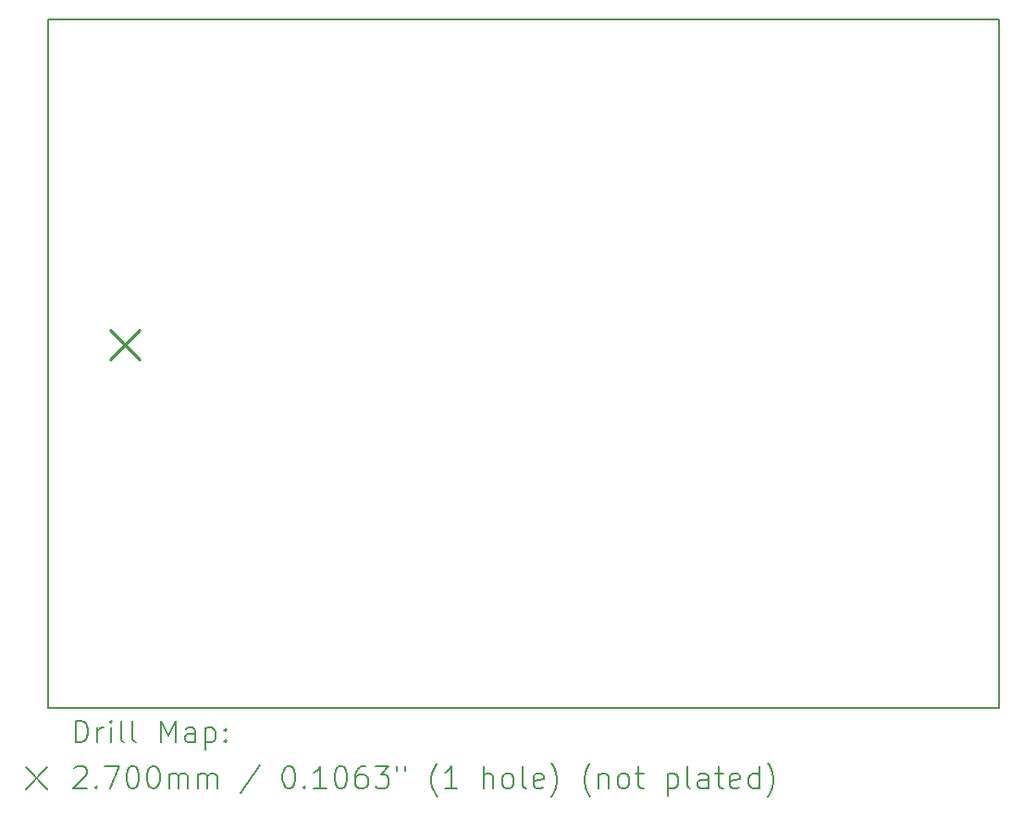
<source format=gbr>
%FSLAX45Y45*%
G04 Gerber Fmt 4.5, Leading zero omitted, Abs format (unit mm)*
G04 Created by KiCad (PCBNEW (6.0.1)) date 2022-01-24 21:37:40*
%MOMM*%
%LPD*%
G01*
G04 APERTURE LIST*
%TA.AperFunction,Profile*%
%ADD10C,0.150000*%
%TD*%
%ADD11C,0.200000*%
%ADD12C,0.270000*%
G04 APERTURE END LIST*
D10*
X18200000Y-14800000D02*
X9500000Y-14800000D01*
X9500000Y-8500000D02*
X18200000Y-8500000D01*
X18200000Y-8500000D02*
X18200000Y-14800000D01*
X9500000Y-14800000D02*
X9500000Y-8500000D01*
D11*
D12*
X10065000Y-11340000D02*
X10335000Y-11610000D01*
X10335000Y-11340000D02*
X10065000Y-11610000D01*
D11*
X9750119Y-15117976D02*
X9750119Y-14917976D01*
X9797738Y-14917976D01*
X9826310Y-14927500D01*
X9845357Y-14946548D01*
X9854881Y-14965595D01*
X9864405Y-15003690D01*
X9864405Y-15032262D01*
X9854881Y-15070357D01*
X9845357Y-15089405D01*
X9826310Y-15108452D01*
X9797738Y-15117976D01*
X9750119Y-15117976D01*
X9950119Y-15117976D02*
X9950119Y-14984643D01*
X9950119Y-15022738D02*
X9959643Y-15003690D01*
X9969167Y-14994167D01*
X9988214Y-14984643D01*
X10007262Y-14984643D01*
X10073929Y-15117976D02*
X10073929Y-14984643D01*
X10073929Y-14917976D02*
X10064405Y-14927500D01*
X10073929Y-14937024D01*
X10083452Y-14927500D01*
X10073929Y-14917976D01*
X10073929Y-14937024D01*
X10197738Y-15117976D02*
X10178690Y-15108452D01*
X10169167Y-15089405D01*
X10169167Y-14917976D01*
X10302500Y-15117976D02*
X10283452Y-15108452D01*
X10273929Y-15089405D01*
X10273929Y-14917976D01*
X10531071Y-15117976D02*
X10531071Y-14917976D01*
X10597738Y-15060833D01*
X10664405Y-14917976D01*
X10664405Y-15117976D01*
X10845357Y-15117976D02*
X10845357Y-15013214D01*
X10835833Y-14994167D01*
X10816786Y-14984643D01*
X10778690Y-14984643D01*
X10759643Y-14994167D01*
X10845357Y-15108452D02*
X10826310Y-15117976D01*
X10778690Y-15117976D01*
X10759643Y-15108452D01*
X10750119Y-15089405D01*
X10750119Y-15070357D01*
X10759643Y-15051309D01*
X10778690Y-15041786D01*
X10826310Y-15041786D01*
X10845357Y-15032262D01*
X10940595Y-14984643D02*
X10940595Y-15184643D01*
X10940595Y-14994167D02*
X10959643Y-14984643D01*
X10997738Y-14984643D01*
X11016786Y-14994167D01*
X11026310Y-15003690D01*
X11035833Y-15022738D01*
X11035833Y-15079881D01*
X11026310Y-15098928D01*
X11016786Y-15108452D01*
X10997738Y-15117976D01*
X10959643Y-15117976D01*
X10940595Y-15108452D01*
X11121548Y-15098928D02*
X11131071Y-15108452D01*
X11121548Y-15117976D01*
X11112024Y-15108452D01*
X11121548Y-15098928D01*
X11121548Y-15117976D01*
X11121548Y-14994167D02*
X11131071Y-15003690D01*
X11121548Y-15013214D01*
X11112024Y-15003690D01*
X11121548Y-14994167D01*
X11121548Y-15013214D01*
X9292500Y-15347500D02*
X9492500Y-15547500D01*
X9492500Y-15347500D02*
X9292500Y-15547500D01*
X9740595Y-15357024D02*
X9750119Y-15347500D01*
X9769167Y-15337976D01*
X9816786Y-15337976D01*
X9835833Y-15347500D01*
X9845357Y-15357024D01*
X9854881Y-15376071D01*
X9854881Y-15395119D01*
X9845357Y-15423690D01*
X9731071Y-15537976D01*
X9854881Y-15537976D01*
X9940595Y-15518928D02*
X9950119Y-15528452D01*
X9940595Y-15537976D01*
X9931071Y-15528452D01*
X9940595Y-15518928D01*
X9940595Y-15537976D01*
X10016786Y-15337976D02*
X10150119Y-15337976D01*
X10064405Y-15537976D01*
X10264405Y-15337976D02*
X10283452Y-15337976D01*
X10302500Y-15347500D01*
X10312024Y-15357024D01*
X10321548Y-15376071D01*
X10331071Y-15414167D01*
X10331071Y-15461786D01*
X10321548Y-15499881D01*
X10312024Y-15518928D01*
X10302500Y-15528452D01*
X10283452Y-15537976D01*
X10264405Y-15537976D01*
X10245357Y-15528452D01*
X10235833Y-15518928D01*
X10226310Y-15499881D01*
X10216786Y-15461786D01*
X10216786Y-15414167D01*
X10226310Y-15376071D01*
X10235833Y-15357024D01*
X10245357Y-15347500D01*
X10264405Y-15337976D01*
X10454881Y-15337976D02*
X10473929Y-15337976D01*
X10492976Y-15347500D01*
X10502500Y-15357024D01*
X10512024Y-15376071D01*
X10521548Y-15414167D01*
X10521548Y-15461786D01*
X10512024Y-15499881D01*
X10502500Y-15518928D01*
X10492976Y-15528452D01*
X10473929Y-15537976D01*
X10454881Y-15537976D01*
X10435833Y-15528452D01*
X10426310Y-15518928D01*
X10416786Y-15499881D01*
X10407262Y-15461786D01*
X10407262Y-15414167D01*
X10416786Y-15376071D01*
X10426310Y-15357024D01*
X10435833Y-15347500D01*
X10454881Y-15337976D01*
X10607262Y-15537976D02*
X10607262Y-15404643D01*
X10607262Y-15423690D02*
X10616786Y-15414167D01*
X10635833Y-15404643D01*
X10664405Y-15404643D01*
X10683452Y-15414167D01*
X10692976Y-15433214D01*
X10692976Y-15537976D01*
X10692976Y-15433214D02*
X10702500Y-15414167D01*
X10721548Y-15404643D01*
X10750119Y-15404643D01*
X10769167Y-15414167D01*
X10778690Y-15433214D01*
X10778690Y-15537976D01*
X10873929Y-15537976D02*
X10873929Y-15404643D01*
X10873929Y-15423690D02*
X10883452Y-15414167D01*
X10902500Y-15404643D01*
X10931071Y-15404643D01*
X10950119Y-15414167D01*
X10959643Y-15433214D01*
X10959643Y-15537976D01*
X10959643Y-15433214D02*
X10969167Y-15414167D01*
X10988214Y-15404643D01*
X11016786Y-15404643D01*
X11035833Y-15414167D01*
X11045357Y-15433214D01*
X11045357Y-15537976D01*
X11435833Y-15328452D02*
X11264405Y-15585595D01*
X11692976Y-15337976D02*
X11712024Y-15337976D01*
X11731071Y-15347500D01*
X11740595Y-15357024D01*
X11750119Y-15376071D01*
X11759643Y-15414167D01*
X11759643Y-15461786D01*
X11750119Y-15499881D01*
X11740595Y-15518928D01*
X11731071Y-15528452D01*
X11712024Y-15537976D01*
X11692976Y-15537976D01*
X11673928Y-15528452D01*
X11664405Y-15518928D01*
X11654881Y-15499881D01*
X11645357Y-15461786D01*
X11645357Y-15414167D01*
X11654881Y-15376071D01*
X11664405Y-15357024D01*
X11673928Y-15347500D01*
X11692976Y-15337976D01*
X11845357Y-15518928D02*
X11854881Y-15528452D01*
X11845357Y-15537976D01*
X11835833Y-15528452D01*
X11845357Y-15518928D01*
X11845357Y-15537976D01*
X12045357Y-15537976D02*
X11931071Y-15537976D01*
X11988214Y-15537976D02*
X11988214Y-15337976D01*
X11969167Y-15366548D01*
X11950119Y-15385595D01*
X11931071Y-15395119D01*
X12169167Y-15337976D02*
X12188214Y-15337976D01*
X12207262Y-15347500D01*
X12216786Y-15357024D01*
X12226309Y-15376071D01*
X12235833Y-15414167D01*
X12235833Y-15461786D01*
X12226309Y-15499881D01*
X12216786Y-15518928D01*
X12207262Y-15528452D01*
X12188214Y-15537976D01*
X12169167Y-15537976D01*
X12150119Y-15528452D01*
X12140595Y-15518928D01*
X12131071Y-15499881D01*
X12121548Y-15461786D01*
X12121548Y-15414167D01*
X12131071Y-15376071D01*
X12140595Y-15357024D01*
X12150119Y-15347500D01*
X12169167Y-15337976D01*
X12407262Y-15337976D02*
X12369167Y-15337976D01*
X12350119Y-15347500D01*
X12340595Y-15357024D01*
X12321548Y-15385595D01*
X12312024Y-15423690D01*
X12312024Y-15499881D01*
X12321548Y-15518928D01*
X12331071Y-15528452D01*
X12350119Y-15537976D01*
X12388214Y-15537976D01*
X12407262Y-15528452D01*
X12416786Y-15518928D01*
X12426309Y-15499881D01*
X12426309Y-15452262D01*
X12416786Y-15433214D01*
X12407262Y-15423690D01*
X12388214Y-15414167D01*
X12350119Y-15414167D01*
X12331071Y-15423690D01*
X12321548Y-15433214D01*
X12312024Y-15452262D01*
X12492976Y-15337976D02*
X12616786Y-15337976D01*
X12550119Y-15414167D01*
X12578690Y-15414167D01*
X12597738Y-15423690D01*
X12607262Y-15433214D01*
X12616786Y-15452262D01*
X12616786Y-15499881D01*
X12607262Y-15518928D01*
X12597738Y-15528452D01*
X12578690Y-15537976D01*
X12521548Y-15537976D01*
X12502500Y-15528452D01*
X12492976Y-15518928D01*
X12692976Y-15337976D02*
X12692976Y-15376071D01*
X12769167Y-15337976D02*
X12769167Y-15376071D01*
X13064405Y-15614167D02*
X13054881Y-15604643D01*
X13035833Y-15576071D01*
X13026309Y-15557024D01*
X13016786Y-15528452D01*
X13007262Y-15480833D01*
X13007262Y-15442738D01*
X13016786Y-15395119D01*
X13026309Y-15366548D01*
X13035833Y-15347500D01*
X13054881Y-15318928D01*
X13064405Y-15309405D01*
X13245357Y-15537976D02*
X13131071Y-15537976D01*
X13188214Y-15537976D02*
X13188214Y-15337976D01*
X13169167Y-15366548D01*
X13150119Y-15385595D01*
X13131071Y-15395119D01*
X13483452Y-15537976D02*
X13483452Y-15337976D01*
X13569167Y-15537976D02*
X13569167Y-15433214D01*
X13559643Y-15414167D01*
X13540595Y-15404643D01*
X13512024Y-15404643D01*
X13492976Y-15414167D01*
X13483452Y-15423690D01*
X13692976Y-15537976D02*
X13673928Y-15528452D01*
X13664405Y-15518928D01*
X13654881Y-15499881D01*
X13654881Y-15442738D01*
X13664405Y-15423690D01*
X13673928Y-15414167D01*
X13692976Y-15404643D01*
X13721548Y-15404643D01*
X13740595Y-15414167D01*
X13750119Y-15423690D01*
X13759643Y-15442738D01*
X13759643Y-15499881D01*
X13750119Y-15518928D01*
X13740595Y-15528452D01*
X13721548Y-15537976D01*
X13692976Y-15537976D01*
X13873928Y-15537976D02*
X13854881Y-15528452D01*
X13845357Y-15509405D01*
X13845357Y-15337976D01*
X14026309Y-15528452D02*
X14007262Y-15537976D01*
X13969167Y-15537976D01*
X13950119Y-15528452D01*
X13940595Y-15509405D01*
X13940595Y-15433214D01*
X13950119Y-15414167D01*
X13969167Y-15404643D01*
X14007262Y-15404643D01*
X14026309Y-15414167D01*
X14035833Y-15433214D01*
X14035833Y-15452262D01*
X13940595Y-15471309D01*
X14102500Y-15614167D02*
X14112024Y-15604643D01*
X14131071Y-15576071D01*
X14140595Y-15557024D01*
X14150119Y-15528452D01*
X14159643Y-15480833D01*
X14159643Y-15442738D01*
X14150119Y-15395119D01*
X14140595Y-15366548D01*
X14131071Y-15347500D01*
X14112024Y-15318928D01*
X14102500Y-15309405D01*
X14464405Y-15614167D02*
X14454881Y-15604643D01*
X14435833Y-15576071D01*
X14426309Y-15557024D01*
X14416786Y-15528452D01*
X14407262Y-15480833D01*
X14407262Y-15442738D01*
X14416786Y-15395119D01*
X14426309Y-15366548D01*
X14435833Y-15347500D01*
X14454881Y-15318928D01*
X14464405Y-15309405D01*
X14540595Y-15404643D02*
X14540595Y-15537976D01*
X14540595Y-15423690D02*
X14550119Y-15414167D01*
X14569167Y-15404643D01*
X14597738Y-15404643D01*
X14616786Y-15414167D01*
X14626309Y-15433214D01*
X14626309Y-15537976D01*
X14750119Y-15537976D02*
X14731071Y-15528452D01*
X14721548Y-15518928D01*
X14712024Y-15499881D01*
X14712024Y-15442738D01*
X14721548Y-15423690D01*
X14731071Y-15414167D01*
X14750119Y-15404643D01*
X14778690Y-15404643D01*
X14797738Y-15414167D01*
X14807262Y-15423690D01*
X14816786Y-15442738D01*
X14816786Y-15499881D01*
X14807262Y-15518928D01*
X14797738Y-15528452D01*
X14778690Y-15537976D01*
X14750119Y-15537976D01*
X14873928Y-15404643D02*
X14950119Y-15404643D01*
X14902500Y-15337976D02*
X14902500Y-15509405D01*
X14912024Y-15528452D01*
X14931071Y-15537976D01*
X14950119Y-15537976D01*
X15169167Y-15404643D02*
X15169167Y-15604643D01*
X15169167Y-15414167D02*
X15188214Y-15404643D01*
X15226309Y-15404643D01*
X15245357Y-15414167D01*
X15254881Y-15423690D01*
X15264405Y-15442738D01*
X15264405Y-15499881D01*
X15254881Y-15518928D01*
X15245357Y-15528452D01*
X15226309Y-15537976D01*
X15188214Y-15537976D01*
X15169167Y-15528452D01*
X15378690Y-15537976D02*
X15359643Y-15528452D01*
X15350119Y-15509405D01*
X15350119Y-15337976D01*
X15540595Y-15537976D02*
X15540595Y-15433214D01*
X15531071Y-15414167D01*
X15512024Y-15404643D01*
X15473928Y-15404643D01*
X15454881Y-15414167D01*
X15540595Y-15528452D02*
X15521548Y-15537976D01*
X15473928Y-15537976D01*
X15454881Y-15528452D01*
X15445357Y-15509405D01*
X15445357Y-15490357D01*
X15454881Y-15471309D01*
X15473928Y-15461786D01*
X15521548Y-15461786D01*
X15540595Y-15452262D01*
X15607262Y-15404643D02*
X15683452Y-15404643D01*
X15635833Y-15337976D02*
X15635833Y-15509405D01*
X15645357Y-15528452D01*
X15664405Y-15537976D01*
X15683452Y-15537976D01*
X15826309Y-15528452D02*
X15807262Y-15537976D01*
X15769167Y-15537976D01*
X15750119Y-15528452D01*
X15740595Y-15509405D01*
X15740595Y-15433214D01*
X15750119Y-15414167D01*
X15769167Y-15404643D01*
X15807262Y-15404643D01*
X15826309Y-15414167D01*
X15835833Y-15433214D01*
X15835833Y-15452262D01*
X15740595Y-15471309D01*
X16007262Y-15537976D02*
X16007262Y-15337976D01*
X16007262Y-15528452D02*
X15988214Y-15537976D01*
X15950119Y-15537976D01*
X15931071Y-15528452D01*
X15921548Y-15518928D01*
X15912024Y-15499881D01*
X15912024Y-15442738D01*
X15921548Y-15423690D01*
X15931071Y-15414167D01*
X15950119Y-15404643D01*
X15988214Y-15404643D01*
X16007262Y-15414167D01*
X16083452Y-15614167D02*
X16092976Y-15604643D01*
X16112024Y-15576071D01*
X16121548Y-15557024D01*
X16131071Y-15528452D01*
X16140595Y-15480833D01*
X16140595Y-15442738D01*
X16131071Y-15395119D01*
X16121548Y-15366548D01*
X16112024Y-15347500D01*
X16092976Y-15318928D01*
X16083452Y-15309405D01*
M02*

</source>
